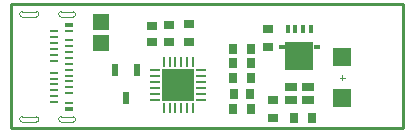
<source format=gtp>
G04*
G04 #@! TF.GenerationSoftware,Altium Limited,Altium Designer,18.1.7 (191)*
G04*
G04 Layer_Color=8421504*
%FSLAX25Y25*%
%MOIN*%
G70*
G01*
G75*
%ADD12C,0.01000*%
%ADD15C,0.00004*%
%ADD16C,0.00394*%
%ADD17R,0.05906X0.05906*%
%ADD18R,0.10551X0.10551*%
%ADD19O,0.00787X0.03347*%
%ADD20O,0.03347X0.00787*%
%ADD21R,0.03937X0.03150*%
%ADD22R,0.02362X0.03937*%
%ADD23R,0.05512X0.05512*%
%ADD24R,0.02953X0.00984*%
%ADD25R,0.02953X0.01181*%
%ADD26R,0.01575X0.02953*%
%ADD27R,0.02087X0.01575*%
%ADD28R,0.09646X0.09449*%
%ADD29R,0.03543X0.02756*%
%ADD30R,0.03543X0.03150*%
%ADD31R,0.02756X0.03543*%
%ADD32R,0.03150X0.03543*%
D12*
X158799Y14252D02*
Y55512D01*
X28373Y14173D02*
X158720D01*
X28400Y55512D02*
X158799D01*
X28400Y14200D02*
Y55512D01*
D15*
X49815Y17181D02*
G03*
X48929Y18067I-886J0D01*
G01*
Y16295D02*
G03*
X49815Y17181I0J886D01*
G01*
X44106D02*
G03*
X44992Y16295I886J0D01*
G01*
Y18067D02*
G03*
X44106Y17181I0J-886D01*
G01*
X49815Y52220D02*
G03*
X48929Y53106I-886J0D01*
G01*
Y51335D02*
G03*
X49815Y52220I0J886D01*
G01*
X44106D02*
G03*
X44992Y51335I886J0D01*
G01*
Y53106D02*
G03*
X44106Y52220I0J-886D01*
G01*
X37610Y17181D02*
G03*
X36724Y18067I-886J0D01*
G01*
Y16295D02*
G03*
X37610Y17181I0J886D01*
G01*
X31114D02*
G03*
X32000Y16295I886J0D01*
G01*
Y18067D02*
G03*
X31114Y17181I0J-886D01*
G01*
X37610Y52220D02*
G03*
X36724Y53106I-886J0D01*
G01*
Y51335D02*
G03*
X37610Y52220I0J886D01*
G01*
X31114D02*
G03*
X32000Y51335I886J0D01*
G01*
Y53106D02*
G03*
X31114Y52220I0J-886D01*
G01*
X44992Y16295D02*
X48929D01*
X44992Y18067D02*
X48929D01*
X44992Y51335D02*
X48929D01*
X44992Y53106D02*
X48929D01*
X32000Y16295D02*
X36724D01*
X32000Y18067D02*
X36724D01*
X32000Y51335D02*
X36724D01*
X32000Y53106D02*
X36724D01*
D16*
X137913Y31009D02*
X139487D01*
X138700Y30221D02*
Y31796D01*
D17*
Y37898D02*
D03*
Y24119D02*
D03*
D18*
X84055Y28543D02*
D03*
D19*
X79134Y36220D02*
D03*
X81102D02*
D03*
X83071D02*
D03*
X85039D02*
D03*
X87008D02*
D03*
X88976D02*
D03*
Y20866D02*
D03*
X87008D02*
D03*
X85039D02*
D03*
X83071D02*
D03*
X81102D02*
D03*
X79134D02*
D03*
D20*
X91732Y33465D02*
D03*
Y31496D02*
D03*
Y29528D02*
D03*
Y27559D02*
D03*
Y25591D02*
D03*
Y23622D02*
D03*
X76378D02*
D03*
Y25591D02*
D03*
Y27559D02*
D03*
Y29528D02*
D03*
Y31496D02*
D03*
Y33465D02*
D03*
D21*
X127362Y23720D02*
D03*
Y28051D02*
D03*
X121457Y23720D02*
D03*
Y28051D02*
D03*
D22*
X70276Y33661D02*
D03*
X62795D02*
D03*
X66535Y24213D02*
D03*
D23*
X58181Y42512D02*
D03*
Y49598D02*
D03*
D24*
X42728Y46512D02*
D03*
Y44543D02*
D03*
Y42575D02*
D03*
Y40606D02*
D03*
Y38638D02*
D03*
Y36669D02*
D03*
Y32732D02*
D03*
Y30764D02*
D03*
Y28795D02*
D03*
Y26827D02*
D03*
Y24858D02*
D03*
Y22890D02*
D03*
X47650Y22693D02*
D03*
Y25842D02*
D03*
Y27811D02*
D03*
Y29779D02*
D03*
Y31748D02*
D03*
Y33716D02*
D03*
Y35685D02*
D03*
Y37654D02*
D03*
Y39622D02*
D03*
Y41591D02*
D03*
Y43559D02*
D03*
Y46709D02*
D03*
D25*
Y20724D02*
D03*
Y48677D02*
D03*
D26*
X128150Y47201D02*
D03*
X125591D02*
D03*
X123031D02*
D03*
X120472D02*
D03*
D27*
X118504Y41197D02*
D03*
X130118D02*
D03*
D28*
X124311Y38244D02*
D03*
D29*
X87697Y48819D02*
D03*
Y42913D02*
D03*
X113976Y41240D02*
D03*
Y47146D02*
D03*
X115453Y17717D02*
D03*
Y23622D02*
D03*
D30*
X80905Y48622D02*
D03*
Y43110D02*
D03*
X75295Y48425D02*
D03*
Y42913D02*
D03*
D31*
X108169Y40650D02*
D03*
X102264D02*
D03*
X108169Y30779D02*
D03*
X102264D02*
D03*
X108165Y20685D02*
D03*
X102260D02*
D03*
X108169Y35799D02*
D03*
X102264D02*
D03*
X128642Y17717D02*
D03*
X122736D02*
D03*
D32*
X102461Y25760D02*
D03*
X107973D02*
D03*
M02*

</source>
